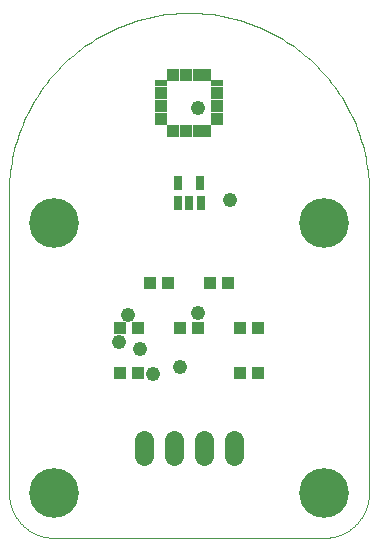
<source format=gts>
G75*
%MOIN*%
%OFA0B0*%
%FSLAX25Y25*%
%IPPOS*%
%LPD*%
%AMOC8*
5,1,8,0,0,1.08239X$1,22.5*
%
%ADD10R,0.02965X0.04737*%
%ADD11R,0.03950X0.01981*%
%ADD12R,0.01981X0.03950*%
%ADD13R,0.03950X0.03950*%
%ADD14C,0.00000*%
%ADD15C,0.06343*%
%ADD16C,0.16611*%
%ADD17C,0.04800*%
D10*
X0057981Y0113454D03*
X0061800Y0113454D03*
X0065698Y0113454D03*
X0065619Y0120028D03*
X0058178Y0120107D03*
D11*
X0052548Y0140304D03*
X0052548Y0142469D03*
X0052548Y0144635D03*
X0052548Y0146800D03*
X0052548Y0148965D03*
X0052548Y0151131D03*
X0052548Y0153296D03*
X0071052Y0153296D03*
X0071052Y0151131D03*
X0071052Y0148965D03*
X0071052Y0146800D03*
X0071052Y0144635D03*
X0071052Y0142469D03*
X0071052Y0140304D03*
D12*
X0068296Y0137548D03*
X0066131Y0137548D03*
X0063965Y0137548D03*
X0061800Y0137548D03*
X0059635Y0137548D03*
X0057469Y0137548D03*
X0055304Y0137548D03*
X0055304Y0156052D03*
X0057469Y0156052D03*
X0059635Y0156052D03*
X0061800Y0156052D03*
X0063965Y0156052D03*
X0066131Y0156052D03*
X0068296Y0156052D03*
D13*
X0068847Y0086800D03*
X0074753Y0086800D03*
X0078847Y0071800D03*
X0084753Y0071800D03*
X0084753Y0056800D03*
X0078847Y0056800D03*
X0064753Y0071800D03*
X0058847Y0071800D03*
X0054753Y0086800D03*
X0048847Y0086800D03*
X0044753Y0071800D03*
X0038847Y0071800D03*
X0038847Y0056800D03*
X0044753Y0056800D03*
D14*
X0001800Y0016800D02*
X0001800Y0116800D01*
X0001818Y0118261D01*
X0001871Y0119721D01*
X0001960Y0121180D01*
X0002084Y0122636D01*
X0002244Y0124088D01*
X0002439Y0125536D01*
X0002670Y0126979D01*
X0002935Y0128416D01*
X0003235Y0129846D01*
X0003570Y0131268D01*
X0003940Y0132682D01*
X0004344Y0134086D01*
X0004782Y0135480D01*
X0005254Y0136863D01*
X0005759Y0138234D01*
X0006298Y0139592D01*
X0006869Y0140937D01*
X0007473Y0142267D01*
X0008109Y0143583D01*
X0008777Y0144882D01*
X0009477Y0146165D01*
X0010208Y0147430D01*
X0010969Y0148678D01*
X0011760Y0149906D01*
X0012581Y0151115D01*
X0013431Y0152303D01*
X0014310Y0153470D01*
X0015217Y0154616D01*
X0016152Y0155739D01*
X0017114Y0156839D01*
X0018102Y0157915D01*
X0019116Y0158967D01*
X0020156Y0159994D01*
X0021220Y0160995D01*
X0022308Y0161971D01*
X0023420Y0162919D01*
X0024554Y0163840D01*
X0025711Y0164733D01*
X0026888Y0165597D01*
X0028087Y0166433D01*
X0029306Y0167239D01*
X0030544Y0168016D01*
X0031800Y0168762D01*
X0033074Y0169477D01*
X0034365Y0170161D01*
X0035673Y0170813D01*
X0036996Y0171433D01*
X0038334Y0172021D01*
X0039685Y0172576D01*
X0041050Y0173098D01*
X0042427Y0173586D01*
X0043816Y0174041D01*
X0045215Y0174462D01*
X0046624Y0174849D01*
X0048042Y0175201D01*
X0049468Y0175519D01*
X0050902Y0175802D01*
X0052342Y0176050D01*
X0053787Y0176263D01*
X0055238Y0176440D01*
X0056692Y0176582D01*
X0058149Y0176689D01*
X0059609Y0176760D01*
X0061069Y0176796D01*
X0062531Y0176796D01*
X0063991Y0176760D01*
X0065451Y0176689D01*
X0066908Y0176582D01*
X0068362Y0176440D01*
X0069813Y0176263D01*
X0071258Y0176050D01*
X0072698Y0175802D01*
X0074132Y0175519D01*
X0075558Y0175201D01*
X0076976Y0174849D01*
X0078385Y0174462D01*
X0079784Y0174041D01*
X0081173Y0173586D01*
X0082550Y0173098D01*
X0083915Y0172576D01*
X0085266Y0172021D01*
X0086604Y0171433D01*
X0087927Y0170813D01*
X0089235Y0170161D01*
X0090526Y0169477D01*
X0091800Y0168762D01*
X0093056Y0168016D01*
X0094294Y0167239D01*
X0095513Y0166433D01*
X0096712Y0165597D01*
X0097889Y0164733D01*
X0099046Y0163840D01*
X0100180Y0162919D01*
X0101292Y0161971D01*
X0102380Y0160995D01*
X0103444Y0159994D01*
X0104484Y0158967D01*
X0105498Y0157915D01*
X0106486Y0156839D01*
X0107448Y0155739D01*
X0108383Y0154616D01*
X0109290Y0153470D01*
X0110169Y0152303D01*
X0111019Y0151115D01*
X0111840Y0149906D01*
X0112631Y0148678D01*
X0113392Y0147430D01*
X0114123Y0146165D01*
X0114823Y0144882D01*
X0115491Y0143583D01*
X0116127Y0142267D01*
X0116731Y0140937D01*
X0117302Y0139592D01*
X0117841Y0138234D01*
X0118346Y0136863D01*
X0118818Y0135480D01*
X0119256Y0134086D01*
X0119660Y0132682D01*
X0120030Y0131268D01*
X0120365Y0129846D01*
X0120665Y0128416D01*
X0120930Y0126979D01*
X0121161Y0125536D01*
X0121356Y0124088D01*
X0121516Y0122636D01*
X0121640Y0121180D01*
X0121729Y0119721D01*
X0121782Y0118261D01*
X0121800Y0116800D01*
X0121800Y0016800D01*
X0121796Y0016438D01*
X0121782Y0016075D01*
X0121761Y0015713D01*
X0121730Y0015352D01*
X0121691Y0014992D01*
X0121643Y0014633D01*
X0121586Y0014275D01*
X0121521Y0013918D01*
X0121447Y0013563D01*
X0121364Y0013210D01*
X0121273Y0012859D01*
X0121174Y0012511D01*
X0121066Y0012165D01*
X0120950Y0011821D01*
X0120825Y0011481D01*
X0120693Y0011144D01*
X0120552Y0010810D01*
X0120403Y0010479D01*
X0120246Y0010152D01*
X0120082Y0009829D01*
X0119910Y0009510D01*
X0119730Y0009196D01*
X0119542Y0008885D01*
X0119347Y0008580D01*
X0119145Y0008279D01*
X0118935Y0007983D01*
X0118719Y0007693D01*
X0118495Y0007407D01*
X0118265Y0007127D01*
X0118028Y0006853D01*
X0117784Y0006585D01*
X0117534Y0006322D01*
X0117278Y0006066D01*
X0117015Y0005816D01*
X0116747Y0005572D01*
X0116473Y0005335D01*
X0116193Y0005105D01*
X0115907Y0004881D01*
X0115617Y0004665D01*
X0115321Y0004455D01*
X0115020Y0004253D01*
X0114715Y0004058D01*
X0114404Y0003870D01*
X0114090Y0003690D01*
X0113771Y0003518D01*
X0113448Y0003354D01*
X0113121Y0003197D01*
X0112790Y0003048D01*
X0112456Y0002907D01*
X0112119Y0002775D01*
X0111779Y0002650D01*
X0111435Y0002534D01*
X0111089Y0002426D01*
X0110741Y0002327D01*
X0110390Y0002236D01*
X0110037Y0002153D01*
X0109682Y0002079D01*
X0109325Y0002014D01*
X0108967Y0001957D01*
X0108608Y0001909D01*
X0108248Y0001870D01*
X0107887Y0001839D01*
X0107525Y0001818D01*
X0107162Y0001804D01*
X0106800Y0001800D01*
X0016800Y0001800D01*
X0016438Y0001804D01*
X0016075Y0001818D01*
X0015713Y0001839D01*
X0015352Y0001870D01*
X0014992Y0001909D01*
X0014633Y0001957D01*
X0014275Y0002014D01*
X0013918Y0002079D01*
X0013563Y0002153D01*
X0013210Y0002236D01*
X0012859Y0002327D01*
X0012511Y0002426D01*
X0012165Y0002534D01*
X0011821Y0002650D01*
X0011481Y0002775D01*
X0011144Y0002907D01*
X0010810Y0003048D01*
X0010479Y0003197D01*
X0010152Y0003354D01*
X0009829Y0003518D01*
X0009510Y0003690D01*
X0009196Y0003870D01*
X0008885Y0004058D01*
X0008580Y0004253D01*
X0008279Y0004455D01*
X0007983Y0004665D01*
X0007693Y0004881D01*
X0007407Y0005105D01*
X0007127Y0005335D01*
X0006853Y0005572D01*
X0006585Y0005816D01*
X0006322Y0006066D01*
X0006066Y0006322D01*
X0005816Y0006585D01*
X0005572Y0006853D01*
X0005335Y0007127D01*
X0005105Y0007407D01*
X0004881Y0007693D01*
X0004665Y0007983D01*
X0004455Y0008279D01*
X0004253Y0008580D01*
X0004058Y0008885D01*
X0003870Y0009196D01*
X0003690Y0009510D01*
X0003518Y0009829D01*
X0003354Y0010152D01*
X0003197Y0010479D01*
X0003048Y0010810D01*
X0002907Y0011144D01*
X0002775Y0011481D01*
X0002650Y0011821D01*
X0002534Y0012165D01*
X0002426Y0012511D01*
X0002327Y0012859D01*
X0002236Y0013210D01*
X0002153Y0013563D01*
X0002079Y0013918D01*
X0002014Y0014275D01*
X0001957Y0014633D01*
X0001909Y0014992D01*
X0001870Y0015352D01*
X0001839Y0015713D01*
X0001818Y0016075D01*
X0001804Y0016438D01*
X0001800Y0016800D01*
D15*
X0046800Y0029028D02*
X0046800Y0034572D01*
X0056800Y0034572D02*
X0056800Y0029028D01*
X0066800Y0029028D02*
X0066800Y0034572D01*
X0076800Y0034572D02*
X0076800Y0029028D01*
D16*
X0106800Y0016800D03*
X0106800Y0106800D03*
X0016800Y0106800D03*
X0016800Y0016800D03*
D17*
X0049800Y0056550D03*
X0045300Y0064800D03*
X0038550Y0067050D03*
X0041550Y0076050D03*
X0058800Y0058800D03*
X0064800Y0076800D03*
X0075300Y0114300D03*
X0064800Y0145050D03*
M02*

</source>
